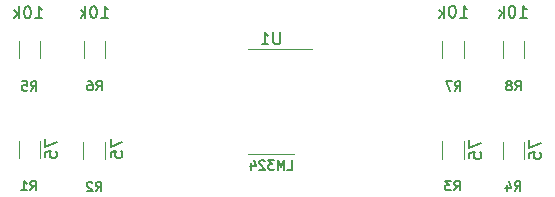
<source format=gbr>
%TF.GenerationSoftware,KiCad,Pcbnew,6.0.1-79c1e3a40b~116~ubuntu20.04.1*%
%TF.CreationDate,2022-02-01T23:37:05+05:30*%
%TF.ProjectId,lsa,6c73612e-6b69-4636-9164-5f7063625858,rev?*%
%TF.SameCoordinates,Original*%
%TF.FileFunction,Legend,Bot*%
%TF.FilePolarity,Positive*%
%FSLAX46Y46*%
G04 Gerber Fmt 4.6, Leading zero omitted, Abs format (unit mm)*
G04 Created by KiCad (PCBNEW 6.0.1-79c1e3a40b~116~ubuntu20.04.1) date 2022-02-01 23:37:05*
%MOMM*%
%LPD*%
G01*
G04 APERTURE LIST*
%ADD10C,0.200000*%
%ADD11C,0.150000*%
%ADD12C,0.120000*%
G04 APERTURE END LIST*
D10*
%TO.C,R4*%
X136783333Y-91671904D02*
X137050000Y-91290952D01*
X137240476Y-91671904D02*
X137240476Y-90871904D01*
X136935714Y-90871904D01*
X136859523Y-90910000D01*
X136821428Y-90948095D01*
X136783333Y-91024285D01*
X136783333Y-91138571D01*
X136821428Y-91214761D01*
X136859523Y-91252857D01*
X136935714Y-91290952D01*
X137240476Y-91290952D01*
X136097619Y-91138571D02*
X136097619Y-91671904D01*
X136288095Y-90833809D02*
X136478571Y-91405238D01*
X135983333Y-91405238D01*
X138012380Y-87400476D02*
X138012380Y-88067142D01*
X139012380Y-87638571D01*
X138012380Y-88924285D02*
X138012380Y-88448095D01*
X138488571Y-88400476D01*
X138440952Y-88448095D01*
X138393333Y-88543333D01*
X138393333Y-88781428D01*
X138440952Y-88876666D01*
X138488571Y-88924285D01*
X138583809Y-88971904D01*
X138821904Y-88971904D01*
X138917142Y-88924285D01*
X138964761Y-88876666D01*
X139012380Y-88781428D01*
X139012380Y-88543333D01*
X138964761Y-88448095D01*
X138917142Y-88400476D01*
%TO.C,R3*%
X131693333Y-91631904D02*
X131960000Y-91250952D01*
X132150476Y-91631904D02*
X132150476Y-90831904D01*
X131845714Y-90831904D01*
X131769523Y-90870000D01*
X131731428Y-90908095D01*
X131693333Y-90984285D01*
X131693333Y-91098571D01*
X131731428Y-91174761D01*
X131769523Y-91212857D01*
X131845714Y-91250952D01*
X132150476Y-91250952D01*
X131426666Y-90831904D02*
X130931428Y-90831904D01*
X131198095Y-91136666D01*
X131083809Y-91136666D01*
X131007619Y-91174761D01*
X130969523Y-91212857D01*
X130931428Y-91289047D01*
X130931428Y-91479523D01*
X130969523Y-91555714D01*
X131007619Y-91593809D01*
X131083809Y-91631904D01*
X131312380Y-91631904D01*
X131388571Y-91593809D01*
X131426666Y-91555714D01*
X132952380Y-87390476D02*
X132952380Y-88057142D01*
X133952380Y-87628571D01*
X132952380Y-88914285D02*
X132952380Y-88438095D01*
X133428571Y-88390476D01*
X133380952Y-88438095D01*
X133333333Y-88533333D01*
X133333333Y-88771428D01*
X133380952Y-88866666D01*
X133428571Y-88914285D01*
X133523809Y-88961904D01*
X133761904Y-88961904D01*
X133857142Y-88914285D01*
X133904761Y-88866666D01*
X133952380Y-88771428D01*
X133952380Y-88533333D01*
X133904761Y-88438095D01*
X133857142Y-88390476D01*
%TO.C,R5*%
X95833333Y-83181904D02*
X96100000Y-82800952D01*
X96290476Y-83181904D02*
X96290476Y-82381904D01*
X95985714Y-82381904D01*
X95909523Y-82420000D01*
X95871428Y-82458095D01*
X95833333Y-82534285D01*
X95833333Y-82648571D01*
X95871428Y-82724761D01*
X95909523Y-82762857D01*
X95985714Y-82800952D01*
X96290476Y-82800952D01*
X95109523Y-82381904D02*
X95490476Y-82381904D01*
X95528571Y-82762857D01*
X95490476Y-82724761D01*
X95414285Y-82686666D01*
X95223809Y-82686666D01*
X95147619Y-82724761D01*
X95109523Y-82762857D01*
X95071428Y-82839047D01*
X95071428Y-83029523D01*
X95109523Y-83105714D01*
X95147619Y-83143809D01*
X95223809Y-83181904D01*
X95414285Y-83181904D01*
X95490476Y-83143809D01*
X95528571Y-83105714D01*
X96195238Y-77052380D02*
X96766666Y-77052380D01*
X96480952Y-77052380D02*
X96480952Y-76052380D01*
X96576190Y-76195238D01*
X96671428Y-76290476D01*
X96766666Y-76338095D01*
X95576190Y-76052380D02*
X95480952Y-76052380D01*
X95385714Y-76100000D01*
X95338095Y-76147619D01*
X95290476Y-76242857D01*
X95242857Y-76433333D01*
X95242857Y-76671428D01*
X95290476Y-76861904D01*
X95338095Y-76957142D01*
X95385714Y-77004761D01*
X95480952Y-77052380D01*
X95576190Y-77052380D01*
X95671428Y-77004761D01*
X95719047Y-76957142D01*
X95766666Y-76861904D01*
X95814285Y-76671428D01*
X95814285Y-76433333D01*
X95766666Y-76242857D01*
X95719047Y-76147619D01*
X95671428Y-76100000D01*
X95576190Y-76052380D01*
X94814285Y-77052380D02*
X94814285Y-76052380D01*
X94719047Y-76671428D02*
X94433333Y-77052380D01*
X94433333Y-76385714D02*
X94814285Y-76766666D01*
D11*
%TO.C,U1*%
X116936904Y-78252380D02*
X116936904Y-79061904D01*
X116889285Y-79157142D01*
X116841666Y-79204761D01*
X116746428Y-79252380D01*
X116555952Y-79252380D01*
X116460714Y-79204761D01*
X116413095Y-79157142D01*
X116365476Y-79061904D01*
X116365476Y-78252380D01*
X115365476Y-79252380D02*
X115936904Y-79252380D01*
X115651190Y-79252380D02*
X115651190Y-78252380D01*
X115746428Y-78395238D01*
X115841666Y-78490476D01*
X115936904Y-78538095D01*
D10*
X117542380Y-89871904D02*
X117923333Y-89871904D01*
X117923333Y-89071904D01*
X117275714Y-89871904D02*
X117275714Y-89071904D01*
X117009047Y-89643333D01*
X116742380Y-89071904D01*
X116742380Y-89871904D01*
X116437619Y-89071904D02*
X115942380Y-89071904D01*
X116209047Y-89376666D01*
X116094761Y-89376666D01*
X116018571Y-89414761D01*
X115980476Y-89452857D01*
X115942380Y-89529047D01*
X115942380Y-89719523D01*
X115980476Y-89795714D01*
X116018571Y-89833809D01*
X116094761Y-89871904D01*
X116323333Y-89871904D01*
X116399523Y-89833809D01*
X116437619Y-89795714D01*
X115637619Y-89148095D02*
X115599523Y-89110000D01*
X115523333Y-89071904D01*
X115332857Y-89071904D01*
X115256666Y-89110000D01*
X115218571Y-89148095D01*
X115180476Y-89224285D01*
X115180476Y-89300476D01*
X115218571Y-89414761D01*
X115675714Y-89871904D01*
X115180476Y-89871904D01*
X114494761Y-89338571D02*
X114494761Y-89871904D01*
X114685238Y-89033809D02*
X114875714Y-89605238D01*
X114380476Y-89605238D01*
%TO.C,R6*%
X101353333Y-83161904D02*
X101620000Y-82780952D01*
X101810476Y-83161904D02*
X101810476Y-82361904D01*
X101505714Y-82361904D01*
X101429523Y-82400000D01*
X101391428Y-82438095D01*
X101353333Y-82514285D01*
X101353333Y-82628571D01*
X101391428Y-82704761D01*
X101429523Y-82742857D01*
X101505714Y-82780952D01*
X101810476Y-82780952D01*
X100667619Y-82361904D02*
X100820000Y-82361904D01*
X100896190Y-82400000D01*
X100934285Y-82438095D01*
X101010476Y-82552380D01*
X101048571Y-82704761D01*
X101048571Y-83009523D01*
X101010476Y-83085714D01*
X100972380Y-83123809D01*
X100896190Y-83161904D01*
X100743809Y-83161904D01*
X100667619Y-83123809D01*
X100629523Y-83085714D01*
X100591428Y-83009523D01*
X100591428Y-82819047D01*
X100629523Y-82742857D01*
X100667619Y-82704761D01*
X100743809Y-82666666D01*
X100896190Y-82666666D01*
X100972380Y-82704761D01*
X101010476Y-82742857D01*
X101048571Y-82819047D01*
X101795238Y-77022380D02*
X102366666Y-77022380D01*
X102080952Y-77022380D02*
X102080952Y-76022380D01*
X102176190Y-76165238D01*
X102271428Y-76260476D01*
X102366666Y-76308095D01*
X101176190Y-76022380D02*
X101080952Y-76022380D01*
X100985714Y-76070000D01*
X100938095Y-76117619D01*
X100890476Y-76212857D01*
X100842857Y-76403333D01*
X100842857Y-76641428D01*
X100890476Y-76831904D01*
X100938095Y-76927142D01*
X100985714Y-76974761D01*
X101080952Y-77022380D01*
X101176190Y-77022380D01*
X101271428Y-76974761D01*
X101319047Y-76927142D01*
X101366666Y-76831904D01*
X101414285Y-76641428D01*
X101414285Y-76403333D01*
X101366666Y-76212857D01*
X101319047Y-76117619D01*
X101271428Y-76070000D01*
X101176190Y-76022380D01*
X100414285Y-77022380D02*
X100414285Y-76022380D01*
X100319047Y-76641428D02*
X100033333Y-77022380D01*
X100033333Y-76355714D02*
X100414285Y-76736666D01*
%TO.C,R8*%
X136833333Y-83161904D02*
X137100000Y-82780952D01*
X137290476Y-83161904D02*
X137290476Y-82361904D01*
X136985714Y-82361904D01*
X136909523Y-82400000D01*
X136871428Y-82438095D01*
X136833333Y-82514285D01*
X136833333Y-82628571D01*
X136871428Y-82704761D01*
X136909523Y-82742857D01*
X136985714Y-82780952D01*
X137290476Y-82780952D01*
X136376190Y-82704761D02*
X136452380Y-82666666D01*
X136490476Y-82628571D01*
X136528571Y-82552380D01*
X136528571Y-82514285D01*
X136490476Y-82438095D01*
X136452380Y-82400000D01*
X136376190Y-82361904D01*
X136223809Y-82361904D01*
X136147619Y-82400000D01*
X136109523Y-82438095D01*
X136071428Y-82514285D01*
X136071428Y-82552380D01*
X136109523Y-82628571D01*
X136147619Y-82666666D01*
X136223809Y-82704761D01*
X136376190Y-82704761D01*
X136452380Y-82742857D01*
X136490476Y-82780952D01*
X136528571Y-82857142D01*
X136528571Y-83009523D01*
X136490476Y-83085714D01*
X136452380Y-83123809D01*
X136376190Y-83161904D01*
X136223809Y-83161904D01*
X136147619Y-83123809D01*
X136109523Y-83085714D01*
X136071428Y-83009523D01*
X136071428Y-82857142D01*
X136109523Y-82780952D01*
X136147619Y-82742857D01*
X136223809Y-82704761D01*
X137225238Y-76992380D02*
X137796666Y-76992380D01*
X137510952Y-76992380D02*
X137510952Y-75992380D01*
X137606190Y-76135238D01*
X137701428Y-76230476D01*
X137796666Y-76278095D01*
X136606190Y-75992380D02*
X136510952Y-75992380D01*
X136415714Y-76040000D01*
X136368095Y-76087619D01*
X136320476Y-76182857D01*
X136272857Y-76373333D01*
X136272857Y-76611428D01*
X136320476Y-76801904D01*
X136368095Y-76897142D01*
X136415714Y-76944761D01*
X136510952Y-76992380D01*
X136606190Y-76992380D01*
X136701428Y-76944761D01*
X136749047Y-76897142D01*
X136796666Y-76801904D01*
X136844285Y-76611428D01*
X136844285Y-76373333D01*
X136796666Y-76182857D01*
X136749047Y-76087619D01*
X136701428Y-76040000D01*
X136606190Y-75992380D01*
X135844285Y-76992380D02*
X135844285Y-75992380D01*
X135749047Y-76611428D02*
X135463333Y-76992380D01*
X135463333Y-76325714D02*
X135844285Y-76706666D01*
%TO.C,R7*%
X131733333Y-83181904D02*
X132000000Y-82800952D01*
X132190476Y-83181904D02*
X132190476Y-82381904D01*
X131885714Y-82381904D01*
X131809523Y-82420000D01*
X131771428Y-82458095D01*
X131733333Y-82534285D01*
X131733333Y-82648571D01*
X131771428Y-82724761D01*
X131809523Y-82762857D01*
X131885714Y-82800952D01*
X132190476Y-82800952D01*
X131466666Y-82381904D02*
X130933333Y-82381904D01*
X131276190Y-83181904D01*
X132175238Y-77002380D02*
X132746666Y-77002380D01*
X132460952Y-77002380D02*
X132460952Y-76002380D01*
X132556190Y-76145238D01*
X132651428Y-76240476D01*
X132746666Y-76288095D01*
X131556190Y-76002380D02*
X131460952Y-76002380D01*
X131365714Y-76050000D01*
X131318095Y-76097619D01*
X131270476Y-76192857D01*
X131222857Y-76383333D01*
X131222857Y-76621428D01*
X131270476Y-76811904D01*
X131318095Y-76907142D01*
X131365714Y-76954761D01*
X131460952Y-77002380D01*
X131556190Y-77002380D01*
X131651428Y-76954761D01*
X131699047Y-76907142D01*
X131746666Y-76811904D01*
X131794285Y-76621428D01*
X131794285Y-76383333D01*
X131746666Y-76192857D01*
X131699047Y-76097619D01*
X131651428Y-76050000D01*
X131556190Y-76002380D01*
X130794285Y-77002380D02*
X130794285Y-76002380D01*
X130699047Y-76621428D02*
X130413333Y-77002380D01*
X130413333Y-76335714D02*
X130794285Y-76716666D01*
%TO.C,R1*%
X95793333Y-91621904D02*
X96060000Y-91240952D01*
X96250476Y-91621904D02*
X96250476Y-90821904D01*
X95945714Y-90821904D01*
X95869523Y-90860000D01*
X95831428Y-90898095D01*
X95793333Y-90974285D01*
X95793333Y-91088571D01*
X95831428Y-91164761D01*
X95869523Y-91202857D01*
X95945714Y-91240952D01*
X96250476Y-91240952D01*
X95031428Y-91621904D02*
X95488571Y-91621904D01*
X95260000Y-91621904D02*
X95260000Y-90821904D01*
X95336190Y-90936190D01*
X95412380Y-91012380D01*
X95488571Y-91050476D01*
X97042380Y-87300476D02*
X97042380Y-87967142D01*
X98042380Y-87538571D01*
X97042380Y-88824285D02*
X97042380Y-88348095D01*
X97518571Y-88300476D01*
X97470952Y-88348095D01*
X97423333Y-88443333D01*
X97423333Y-88681428D01*
X97470952Y-88776666D01*
X97518571Y-88824285D01*
X97613809Y-88871904D01*
X97851904Y-88871904D01*
X97947142Y-88824285D01*
X97994761Y-88776666D01*
X98042380Y-88681428D01*
X98042380Y-88443333D01*
X97994761Y-88348095D01*
X97947142Y-88300476D01*
%TO.C,R2*%
X101323333Y-91691904D02*
X101590000Y-91310952D01*
X101780476Y-91691904D02*
X101780476Y-90891904D01*
X101475714Y-90891904D01*
X101399523Y-90930000D01*
X101361428Y-90968095D01*
X101323333Y-91044285D01*
X101323333Y-91158571D01*
X101361428Y-91234761D01*
X101399523Y-91272857D01*
X101475714Y-91310952D01*
X101780476Y-91310952D01*
X101018571Y-90968095D02*
X100980476Y-90930000D01*
X100904285Y-90891904D01*
X100713809Y-90891904D01*
X100637619Y-90930000D01*
X100599523Y-90968095D01*
X100561428Y-91044285D01*
X100561428Y-91120476D01*
X100599523Y-91234761D01*
X101056666Y-91691904D01*
X100561428Y-91691904D01*
X102572380Y-87310476D02*
X102572380Y-87977142D01*
X103572380Y-87548571D01*
X102572380Y-88834285D02*
X102572380Y-88358095D01*
X103048571Y-88310476D01*
X103000952Y-88358095D01*
X102953333Y-88453333D01*
X102953333Y-88691428D01*
X103000952Y-88786666D01*
X103048571Y-88834285D01*
X103143809Y-88881904D01*
X103381904Y-88881904D01*
X103477142Y-88834285D01*
X103524761Y-88786666D01*
X103572380Y-88691428D01*
X103572380Y-88453333D01*
X103524761Y-88358095D01*
X103477142Y-88310476D01*
D12*
%TO.C,R4*%
X137580000Y-88947064D02*
X137580000Y-87492936D01*
X135760000Y-88947064D02*
X135760000Y-87492936D01*
%TO.C,R3*%
X130660000Y-88937064D02*
X130660000Y-87482936D01*
X132480000Y-88937064D02*
X132480000Y-87482936D01*
%TO.C,R5*%
X94790000Y-80447064D02*
X94790000Y-78992936D01*
X96610000Y-80447064D02*
X96610000Y-78992936D01*
%TO.C,U1*%
X116175000Y-88515000D02*
X118125000Y-88515000D01*
X116175000Y-79645000D02*
X119625000Y-79645000D01*
X116175000Y-88515000D02*
X114225000Y-88515000D01*
X116175000Y-79645000D02*
X114225000Y-79645000D01*
%TO.C,R6*%
X102110000Y-80447064D02*
X102110000Y-78992936D01*
X100290000Y-80447064D02*
X100290000Y-78992936D01*
%TO.C,R8*%
X135760000Y-80447064D02*
X135760000Y-78992936D01*
X137580000Y-80447064D02*
X137580000Y-78992936D01*
%TO.C,R7*%
X132480000Y-80447064D02*
X132480000Y-78992936D01*
X130660000Y-80447064D02*
X130660000Y-78992936D01*
%TO.C,R1*%
X96610000Y-88917064D02*
X96610000Y-87462936D01*
X94790000Y-88917064D02*
X94790000Y-87462936D01*
%TO.C,R2*%
X102100000Y-88947064D02*
X102100000Y-87492936D01*
X100280000Y-88947064D02*
X100280000Y-87492936D01*
%TD*%
M02*

</source>
